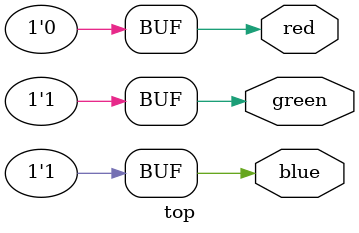
<source format=v>
module top(output red, output green, output blue);
    assign red   = 0;
    assign green = 1;
    assign blue  = 1;
endmodule
</source>
